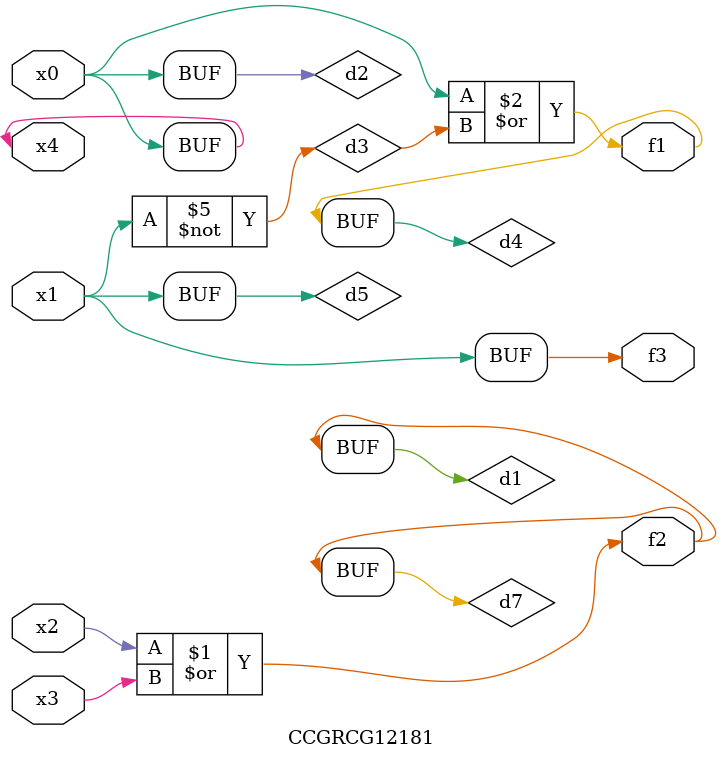
<source format=v>
module CCGRCG12181(
	input x0, x1, x2, x3, x4,
	output f1, f2, f3
);

	wire d1, d2, d3, d4, d5, d6, d7;

	or (d1, x2, x3);
	buf (d2, x0, x4);
	not (d3, x1);
	or (d4, d2, d3);
	not (d5, d3);
	nand (d6, d1, d3);
	or (d7, d1);
	assign f1 = d4;
	assign f2 = d7;
	assign f3 = d5;
endmodule

</source>
